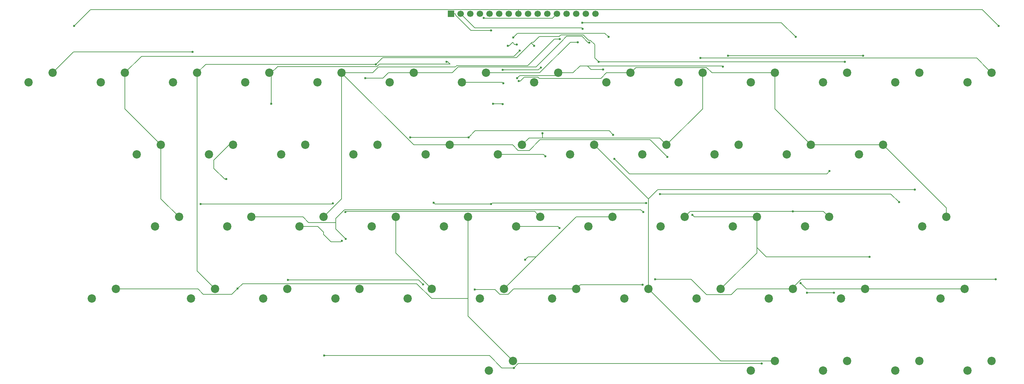
<source format=gtl>
%TF.GenerationSoftware,KiCad,Pcbnew,9.0.1*%
%TF.CreationDate,2025-06-03T04:36:32-05:00*%
%TF.ProjectId,coco2Keyboard,636f636f-324b-4657-9962-6f6172642e6b,rev?*%
%TF.SameCoordinates,Original*%
%TF.FileFunction,Copper,L1,Top*%
%TF.FilePolarity,Positive*%
%FSLAX46Y46*%
G04 Gerber Fmt 4.6, Leading zero omitted, Abs format (unit mm)*
G04 Created by KiCad (PCBNEW 9.0.1) date 2025-06-03 04:36:32*
%MOMM*%
%LPD*%
G01*
G04 APERTURE LIST*
%TA.AperFunction,ComponentPad*%
%ADD10C,2.200000*%
%TD*%
%TA.AperFunction,ComponentPad*%
%ADD11R,1.700000X1.700000*%
%TD*%
%TA.AperFunction,ComponentPad*%
%ADD12C,1.700000*%
%TD*%
%TA.AperFunction,ViaPad*%
%ADD13C,0.600000*%
%TD*%
%TA.AperFunction,Conductor*%
%ADD14C,0.200000*%
%TD*%
G04 APERTURE END LIST*
D10*
%TO.P,SW20,1,1*%
%TO.N,COL3*%
X76783800Y-87180000D03*
%TO.P,SW20,2,2*%
%TO.N,Net-(D20-K)*%
X70433800Y-89720000D03*
%TD*%
%TO.P,SW44,1,1*%
%TO.N,COL3*%
X229183800Y-87180000D03*
%TO.P,SW44,2,2*%
%TO.N,Net-(D45-K)*%
X222833800Y-89720000D03*
%TD*%
%TO.P,SW4,1,1*%
%TO.N,COL3*%
X105358800Y-106230000D03*
%TO.P,SW4,2,2*%
%TO.N,Net-(D4-K)*%
X99008800Y-108770000D03*
%TD*%
%TO.P,SW16,1,1*%
%TO.N,COL7*%
X205371300Y-68130000D03*
%TO.P,SW16,2,2*%
%TO.N,Net-(D16-K)*%
X199021300Y-70670000D03*
%TD*%
%TO.P,SW30,1,1*%
%TO.N,COL5*%
X214896300Y-125280000D03*
%TO.P,SW30,2,2*%
%TO.N,Net-(D31-K)*%
X208546300Y-127820000D03*
%TD*%
%TO.P,SW31,1,1*%
%TO.N,COL6*%
X272046300Y-125280000D03*
%TO.P,SW31,2,2*%
%TO.N,Net-(D32-K)*%
X265696300Y-127820000D03*
%TD*%
%TO.P,SW11,1,1*%
%TO.N,COL2*%
X172033800Y-87180000D03*
%TO.P,SW11,2,2*%
%TO.N,Net-(D11-K)*%
X165683800Y-89720000D03*
%TD*%
%TO.P,SW7,1,1*%
%TO.N,COL6*%
X114883800Y-87180000D03*
%TO.P,SW7,2,2*%
%TO.N,Net-(D7-K)*%
X108533800Y-89720000D03*
%TD*%
%TO.P,SW52,1,1*%
%TO.N,COL7*%
X41065000Y-106230000D03*
%TO.P,SW52,2,2*%
%TO.N,Net-(D53-K)*%
X34715000Y-108770000D03*
%TD*%
%TO.P,SW24,1,1*%
%TO.N,COL7*%
X72021300Y-68130000D03*
%TO.P,SW24,2,2*%
%TO.N,Net-(D24-K)*%
X65671300Y-70670000D03*
%TD*%
%TO.P,SW26,1,1*%
%TO.N,COL1*%
X148221300Y-68130000D03*
%TO.P,SW26,2,2*%
%TO.N,Net-(D27-K)*%
X141871300Y-70670000D03*
%TD*%
%TO.P,SW37,1,1*%
%TO.N,COL4*%
X100596300Y-49080000D03*
%TO.P,SW37,2,2*%
%TO.N,Net-(D38-K)*%
X94246300Y-51620000D03*
%TD*%
%TO.P,SW17,1,1*%
%TO.N,COL0*%
X224421300Y-68130000D03*
%TO.P,SW17,2,2*%
%TO.N,Net-(D17-K)*%
X218071300Y-70670000D03*
%TD*%
%TO.P,SW22,1,1*%
%TO.N,COL5*%
X167271300Y-68130000D03*
%TO.P,SW22,2,2*%
%TO.N,Net-(D22-K)*%
X160921300Y-70670000D03*
%TD*%
%TO.P,SW25,1,1*%
%TO.N,COL0*%
X86308800Y-106230000D03*
%TO.P,SW25,2,2*%
%TO.N,Net-(D25-K)*%
X79958800Y-108770000D03*
%TD*%
%TO.P,SW32,1,1*%
%TO.N,COL7*%
X145840000Y-125280000D03*
%TO.P,SW32,2,2*%
%TO.N,Net-(D33-K)*%
X139490000Y-127820000D03*
%TD*%
%TO.P,SW49,1,1*%
%TO.N,COL0*%
X260140000Y-87180000D03*
%TO.P,SW49,2,2*%
%TO.N,Net-(D50-K)*%
X253790000Y-89720000D03*
%TD*%
%TO.P,SW33,1,1*%
%TO.N,COL0*%
X214896300Y-49080000D03*
%TO.P,SW33,2,2*%
%TO.N,Net-(D34-K)*%
X208546300Y-51620000D03*
%TD*%
%TO.P,SW40,1,1*%
%TO.N,COL7*%
X157746300Y-49080000D03*
%TO.P,SW40,2,2*%
%TO.N,Net-(D41-K)*%
X151396300Y-51620000D03*
%TD*%
%TO.P,SW6,1,1*%
%TO.N,COL5*%
X91071300Y-68130000D03*
%TO.P,SW6,2,2*%
%TO.N,Net-(D6-K)*%
X84721300Y-70670000D03*
%TD*%
%TO.P,SW14,1,1*%
%TO.N,COL5*%
X181558800Y-106230000D03*
%TO.P,SW14,2,2*%
%TO.N,Net-(D14-K)*%
X175208800Y-108770000D03*
%TD*%
%TO.P,SW28,1,1*%
%TO.N,COL3*%
X233946300Y-125280000D03*
%TO.P,SW28,2,2*%
%TO.N,Net-(D29-K)*%
X227596300Y-127820000D03*
%TD*%
D11*
%TO.P,J1,1,Pin_1*%
%TO.N,ROW0*%
X129500000Y-33500000D03*
D12*
%TO.P,J1,2,Pin_2*%
%TO.N,ROW1*%
X132040000Y-33500000D03*
%TO.P,J1,3,Pin_3*%
%TO.N,unconnected-(J1-Pin_3-Pad3)*%
X134580000Y-33500000D03*
%TO.P,J1,4,Pin_4*%
%TO.N,ROW2*%
X137120000Y-33500000D03*
%TO.P,J1,5,Pin_5*%
%TO.N,ROW3*%
X139660000Y-33500000D03*
%TO.P,J1,6,Pin_6*%
%TO.N,ROW4*%
X142200000Y-33500000D03*
%TO.P,J1,7,Pin_7*%
%TO.N,ROW5*%
X144740000Y-33500000D03*
%TO.P,J1,8,Pin_8*%
%TO.N,ROW6*%
X147280000Y-33500000D03*
%TO.P,J1,9,Pin_9*%
%TO.N,COL0*%
X149820000Y-33500000D03*
%TO.P,J1,10,Pin_10*%
%TO.N,COL1*%
X152360000Y-33500000D03*
%TO.P,J1,11,Pin_11*%
%TO.N,COL2*%
X154900000Y-33500000D03*
%TO.P,J1,12,Pin_12*%
%TO.N,COL3*%
X157440000Y-33500000D03*
%TO.P,J1,13,Pin_13*%
%TO.N,COL4*%
X159980000Y-33500000D03*
%TO.P,J1,14,Pin_14*%
%TO.N,COL5*%
X162520000Y-33500000D03*
%TO.P,J1,15,Pin_15*%
%TO.N,COL6*%
X165060000Y-33500000D03*
%TO.P,J1,16,Pin_16*%
%TO.N,COL7*%
X167600000Y-33500000D03*
%TD*%
D10*
%TO.P,SW34,1,1*%
%TO.N,COL1*%
X43446300Y-49080000D03*
%TO.P,SW34,2,2*%
%TO.N,Net-(D35-K)*%
X37096300Y-51620000D03*
%TD*%
%TO.P,SW18,1,1*%
%TO.N,COL1*%
X52971300Y-68130000D03*
%TO.P,SW18,2,2*%
%TO.N,Net-(D18-K)*%
X46621300Y-70670000D03*
%TD*%
%TO.P,SW2,1,1*%
%TO.N,COL1*%
X57733800Y-87180000D03*
%TO.P,SW2,2,2*%
%TO.N,Net-(D2-K)*%
X51383800Y-89720000D03*
%TD*%
%TO.P,SW8,1,1*%
%TO.N,COL7*%
X133933800Y-87180000D03*
%TO.P,SW8,2,2*%
%TO.N,Net-(D8-K)*%
X127583800Y-89720000D03*
%TD*%
%TO.P,SW27,1,1*%
%TO.N,COL2*%
X67258800Y-106230000D03*
%TO.P,SW27,2,2*%
%TO.N,Net-(D28-K)*%
X60908800Y-108770000D03*
%TD*%
%TO.P,SW13,1,1*%
%TO.N,COL4*%
X210133800Y-87180000D03*
%TO.P,SW13,2,2*%
%TO.N,Net-(D13-K)*%
X203783800Y-89720000D03*
%TD*%
%TO.P,SW3,1,1*%
%TO.N,COL2*%
X143458800Y-106230000D03*
%TO.P,SW3,2,2*%
%TO.N,Net-(D3-K)*%
X137108800Y-108770000D03*
%TD*%
%TO.P,SW45,1,1*%
%TO.N,COL4*%
X200608800Y-106230000D03*
%TO.P,SW45,2,2*%
%TO.N,Net-(D46-K)*%
X194258800Y-108770000D03*
%TD*%
%TO.P,SW41,1,1*%
%TO.N,COL0*%
X176796300Y-49080000D03*
%TO.P,SW41,2,2*%
%TO.N,Net-(D42-K)*%
X170446300Y-51620000D03*
%TD*%
%TO.P,SW29,1,1*%
%TO.N,COL4*%
X252996300Y-125280000D03*
%TO.P,SW29,2,2*%
%TO.N,Net-(D30-K)*%
X246646300Y-127820000D03*
%TD*%
%TO.P,SW19,1,1*%
%TO.N,COL2*%
X110121300Y-68130000D03*
%TO.P,SW19,2,2*%
%TO.N,Net-(D19-K)*%
X103771300Y-70670000D03*
%TD*%
%TO.P,SW50,1,1*%
%TO.N,COL1*%
X272046300Y-49080000D03*
%TO.P,SW50,2,2*%
%TO.N,Net-(D51-K)*%
X265696300Y-51620000D03*
%TD*%
%TO.P,SW42,1,1*%
%TO.N,COL1*%
X195846300Y-49080000D03*
%TO.P,SW42,2,2*%
%TO.N,Net-(D43-K)*%
X189496300Y-51620000D03*
%TD*%
%TO.P,SW43,1,1*%
%TO.N,COL2*%
X233946300Y-49080000D03*
%TO.P,SW43,2,2*%
%TO.N,Net-(D44-K)*%
X227596300Y-51620000D03*
%TD*%
%TO.P,SW48,1,1*%
%TO.N,COL7*%
X238708800Y-106230000D03*
%TO.P,SW48,2,2*%
%TO.N,Net-(D49-K)*%
X232358800Y-108770000D03*
%TD*%
%TO.P,SW51,1,1*%
%TO.N,COL2*%
X24396300Y-49080000D03*
%TO.P,SW51,2,2*%
%TO.N,Net-(D52-K)*%
X18046300Y-51620000D03*
%TD*%
%TO.P,SW35,1,1*%
%TO.N,COL2*%
X62496300Y-49080000D03*
%TO.P,SW35,2,2*%
%TO.N,Net-(D36-K)*%
X56146300Y-51620000D03*
%TD*%
%TO.P,SW36,1,1*%
%TO.N,COL3*%
X81546300Y-49080000D03*
%TO.P,SW36,2,2*%
%TO.N,Net-(D37-K)*%
X75196300Y-51620000D03*
%TD*%
%TO.P,SW12,1,1*%
%TO.N,COL3*%
X191083800Y-87180000D03*
%TO.P,SW12,2,2*%
%TO.N,Net-(D12-K)*%
X184733800Y-89720000D03*
%TD*%
%TO.P,SW39,1,1*%
%TO.N,COL6*%
X138696300Y-49080000D03*
%TO.P,SW39,2,2*%
%TO.N,Net-(D40-K)*%
X132346300Y-51620000D03*
%TD*%
%TO.P,SW9,1,1*%
%TO.N,COL0*%
X152983800Y-87180000D03*
%TO.P,SW9,2,2*%
%TO.N,Net-(D9-K)*%
X146633800Y-89720000D03*
%TD*%
%TO.P,SW1,1,1*%
%TO.N,COL0*%
X243471300Y-68130000D03*
%TO.P,SW1,2,2*%
%TO.N,Net-(D1-K)*%
X237121300Y-70670000D03*
%TD*%
%TO.P,SW15,1,1*%
%TO.N,COL6*%
X162508800Y-106230000D03*
%TO.P,SW15,2,2*%
%TO.N,Net-(D15-K)*%
X156158800Y-108770000D03*
%TD*%
%TO.P,SW53,1,1*%
%TO.N,COL7*%
X264902500Y-106230000D03*
%TO.P,SW53,2,2*%
%TO.N,Net-(D54-K)*%
X258552500Y-108770000D03*
%TD*%
%TO.P,SW47,1,1*%
%TO.N,COL6*%
X219658800Y-106230000D03*
%TO.P,SW47,2,2*%
%TO.N,Net-(D48-K)*%
X213308800Y-108770000D03*
%TD*%
%TO.P,SW10,1,1*%
%TO.N,COL1*%
X186321300Y-68130000D03*
%TO.P,SW10,2,2*%
%TO.N,Net-(D10-K)*%
X179971300Y-70670000D03*
%TD*%
%TO.P,SW46,1,1*%
%TO.N,COL5*%
X252996300Y-49080000D03*
%TO.P,SW46,2,2*%
%TO.N,Net-(D47-K)*%
X246646300Y-51620000D03*
%TD*%
%TO.P,SW5,1,1*%
%TO.N,COL4*%
X95833800Y-87180000D03*
%TO.P,SW5,2,2*%
%TO.N,Net-(D5-K)*%
X89483800Y-89720000D03*
%TD*%
%TO.P,SW38,1,1*%
%TO.N,COL5*%
X119646300Y-49080000D03*
%TO.P,SW38,2,2*%
%TO.N,Net-(D39-K)*%
X113296300Y-51620000D03*
%TD*%
%TO.P,SW23,1,1*%
%TO.N,COL6*%
X124408800Y-106230000D03*
%TO.P,SW23,2,2*%
%TO.N,Net-(D23-K)*%
X118058800Y-108770000D03*
%TD*%
%TO.P,SW21,1,1*%
%TO.N,COL4*%
X129171300Y-68130000D03*
%TO.P,SW21,2,2*%
%TO.N,Net-(D21-K)*%
X122821300Y-70670000D03*
%TD*%
D13*
%TO.N,ROW0*%
X140093200Y-83728900D03*
X124910000Y-83413700D03*
X184573600Y-81118000D03*
X247662400Y-83284100D03*
X63431300Y-83776000D03*
X98295000Y-83605300D03*
X140075200Y-37837700D03*
X180939000Y-83512600D03*
%TO.N,Net-(D5-K)*%
X100692300Y-93482200D03*
%TO.N,ROW1*%
X164183400Y-37437500D03*
%TO.N,Net-(D9-K)*%
X158086800Y-90080900D03*
%TO.N,ROW2*%
X86434000Y-103817200D03*
X229332100Y-75070100D03*
X122130000Y-104987800D03*
X172269000Y-65427400D03*
X118708900Y-66110200D03*
X134146000Y-66104200D03*
X172591900Y-71847500D03*
%TO.N,ROW3*%
X146040400Y-127066800D03*
X211459600Y-125931400D03*
X140549400Y-57246900D03*
X143099100Y-57303400D03*
X96025500Y-123816400D03*
%TO.N,Net-(D27-K)*%
X154347100Y-71126900D03*
%TO.N,ROW4*%
X220380400Y-39596500D03*
X153156500Y-47652000D03*
X164067900Y-35824400D03*
X143066800Y-48312900D03*
%TO.N,Net-(D40-K)*%
X143241900Y-51795300D03*
%TO.N,ROW5*%
X171012700Y-39596500D03*
X202538800Y-44546200D03*
X145885700Y-39753900D03*
X238222000Y-44546200D03*
%TO.N,ROW6*%
X30070000Y-36651200D03*
X273905200Y-36651200D03*
%TO.N,COL0*%
X101617000Y-85866000D03*
X144450000Y-41894800D03*
X147319000Y-51280000D03*
X146853000Y-41550100D03*
%TO.N,COL1*%
X195236000Y-45178000D03*
X153624000Y-65053100D03*
X147576000Y-43191100D03*
%TO.N,COL2*%
X168444000Y-46164900D03*
X149014000Y-98502500D03*
X233396000Y-46176200D03*
X151377000Y-41945500D03*
X61275100Y-43540800D03*
X109700000Y-46802100D03*
%TO.N,COL3*%
X128276000Y-46156300D03*
X101735000Y-93004000D03*
X219670000Y-85720100D03*
X82099800Y-57259800D03*
X230474000Y-107213000D03*
X180161000Y-85866000D03*
X223356000Y-107213000D03*
X138102000Y-34577600D03*
%TO.N,COL4*%
X239889000Y-97722000D03*
X186545000Y-71281400D03*
X193125000Y-86625400D03*
X158186000Y-40180500D03*
%TO.N,COL5*%
X165979000Y-41061200D03*
X106847000Y-50480000D03*
X251797000Y-79938000D03*
%TO.N,COL6*%
X183328000Y-103649000D03*
X273155000Y-103650000D03*
X135698000Y-106401000D03*
X162898000Y-41013900D03*
X179983000Y-105131000D03*
%TO.N,COL7*%
X73182700Y-106146000D03*
X201189000Y-47400900D03*
X70205800Y-77173000D03*
X169570000Y-48195400D03*
X146918000Y-50478200D03*
X221674000Y-104667000D03*
%TD*%
D14*
%TO.N,ROW0*%
X247662400Y-83284100D02*
X245496300Y-81118000D01*
X130651700Y-33500000D02*
X130651700Y-33787900D01*
X245496300Y-81118000D02*
X184573600Y-81118000D01*
X130651700Y-33787900D02*
X134701500Y-37837700D01*
X140309500Y-83512600D02*
X140093200Y-83728900D01*
X129500000Y-33500000D02*
X130651700Y-33500000D01*
X98124300Y-83776000D02*
X98295000Y-83605300D01*
X180939000Y-83512600D02*
X140309500Y-83512600D01*
X134701500Y-37837700D02*
X140075200Y-37837700D01*
X63431300Y-83776000D02*
X98124300Y-83776000D01*
X125225200Y-83728900D02*
X124910000Y-83413700D01*
X140093200Y-83728900D02*
X125225200Y-83728900D01*
%TO.N,Net-(D5-K)*%
X100692300Y-93482200D02*
X100462500Y-93712000D01*
X94327600Y-89659100D02*
X89544700Y-89659100D01*
X89544700Y-89659100D02*
X89483800Y-89720000D01*
X97819500Y-93712000D02*
X95868800Y-91761300D01*
X95868800Y-91200300D02*
X94327600Y-89659100D01*
X100462500Y-93712000D02*
X97819500Y-93712000D01*
X95868800Y-91761300D02*
X95868800Y-91200300D01*
%TO.N,ROW1*%
X164183400Y-37437500D02*
X163975000Y-37229100D01*
X135769100Y-37229100D02*
X132040000Y-33500000D01*
X163975000Y-37229100D02*
X135769100Y-37229100D01*
%TO.N,Net-(D9-K)*%
X146633800Y-89720000D02*
X146705100Y-89648700D01*
X157654600Y-89648700D02*
X158086800Y-90080900D01*
X146705100Y-89648700D02*
X157654600Y-89648700D01*
%TO.N,ROW2*%
X171228900Y-64387300D02*
X172269000Y-65427400D01*
X134140000Y-66110200D02*
X134146000Y-66104200D01*
X135862900Y-64387300D02*
X171228900Y-64387300D01*
X228587400Y-75814800D02*
X176559200Y-75814800D01*
X134146000Y-66104200D02*
X135862900Y-64387300D01*
X118708900Y-66110200D02*
X134140000Y-66110200D01*
X176559200Y-75814800D02*
X172591900Y-71847500D01*
X229332100Y-75070100D02*
X228587400Y-75814800D01*
X86434000Y-103817200D02*
X120959400Y-103817200D01*
X120959400Y-103817200D02*
X122130000Y-104987800D01*
%TO.N,ROW3*%
X147175800Y-125931400D02*
X146040400Y-127066800D01*
X143042600Y-57246900D02*
X140549400Y-57246900D01*
X142889100Y-127066800D02*
X146040400Y-127066800D01*
X143099100Y-57303400D02*
X143042600Y-57246900D01*
X96025500Y-123816400D02*
X139638700Y-123816400D01*
X139638700Y-123816400D02*
X142889100Y-127066800D01*
X211459600Y-125931400D02*
X147175800Y-125931400D01*
%TO.N,Net-(D27-K)*%
X141883000Y-70658300D02*
X153878500Y-70658300D01*
X153878500Y-70658300D02*
X154347100Y-71126900D01*
X141871300Y-70670000D02*
X141883000Y-70658300D01*
%TO.N,ROW4*%
X216608300Y-35824400D02*
X164067900Y-35824400D01*
X153156500Y-47652000D02*
X152495600Y-48312900D01*
X220380400Y-39596500D02*
X216608300Y-35824400D01*
X152495600Y-48312900D02*
X143066800Y-48312900D01*
%TO.N,Net-(D40-K)*%
X142999300Y-51552700D02*
X132413600Y-51552700D01*
X143241900Y-51795300D02*
X142999300Y-51552700D01*
X132413600Y-51552700D02*
X132346300Y-51620000D01*
%TO.N,ROW5*%
X145885700Y-39753900D02*
X147021300Y-38618300D01*
X147021300Y-38618300D02*
X170034500Y-38618300D01*
X170034500Y-38618300D02*
X171012700Y-39596500D01*
X202538800Y-44546200D02*
X238222000Y-44546200D01*
%TO.N,ROW6*%
X269602300Y-32348300D02*
X273905200Y-36651200D01*
X34372900Y-32348300D02*
X147280000Y-32348300D01*
X147280000Y-33500000D02*
X147280000Y-32348300D01*
X147280000Y-32348300D02*
X269602300Y-32348300D01*
X30070000Y-36651200D02*
X34372900Y-32348300D01*
%TO.N,COL0*%
X214896300Y-49080000D02*
X214896000Y-49080000D01*
X146270000Y-41550100D02*
X145720000Y-41000000D01*
X152984000Y-87179900D02*
X152984000Y-87180000D01*
X214896000Y-49080000D02*
X214896000Y-49079900D01*
X152396000Y-50201400D02*
X148800000Y-50201400D01*
X148800000Y-50201400D02*
X147721000Y-51280000D01*
X243471300Y-68130000D02*
X243471000Y-68130000D01*
X151543000Y-85739000D02*
X152264000Y-86459500D01*
X145720000Y-41000000D02*
X144825000Y-41894800D01*
X214896000Y-49079900D02*
X198325000Y-49079900D01*
X101744000Y-85739000D02*
X151543000Y-85739000D01*
X152984000Y-87179900D02*
X152983900Y-87179900D01*
X152984000Y-87179900D02*
X152984000Y-87180000D01*
X243471000Y-68130000D02*
X224421300Y-68130000D01*
X152720000Y-50524600D02*
X152396000Y-50201400D01*
X152984000Y-87179800D02*
X152984000Y-87179900D01*
X260140000Y-87180000D02*
X260140000Y-84798800D01*
X152264000Y-86459500D02*
X152984000Y-87179800D01*
X260140000Y-84798800D02*
X243471000Y-68130000D01*
X214896000Y-58605000D02*
X214896000Y-49079900D01*
X146853000Y-41550100D02*
X146270000Y-41550100D01*
X176796300Y-49080000D02*
X176796000Y-49080000D01*
X196896000Y-47651000D02*
X178225000Y-47651000D01*
X144825000Y-41894800D02*
X144450000Y-41894800D01*
X178225000Y-47651000D02*
X176796000Y-49080000D01*
X152984000Y-87180000D02*
X152264000Y-86459500D01*
X198325000Y-49079900D02*
X196896000Y-47651000D01*
X176796000Y-49080000D02*
X170450000Y-49080000D01*
X224421000Y-68130000D02*
X214896000Y-58605000D01*
X147721000Y-51280000D02*
X147319000Y-51280000D01*
X170450000Y-49080000D02*
X169006000Y-50524600D01*
X152983900Y-87179900D02*
X152983800Y-87180000D01*
X169006000Y-50524600D02*
X152720000Y-50524600D01*
X224421300Y-68130000D02*
X224421000Y-68130000D01*
X101617000Y-85866000D02*
X101744000Y-85739000D01*
%TO.N,COL1*%
X271071000Y-48104500D02*
X272046000Y-49080000D01*
X43446200Y-49080000D02*
X43446200Y-50445000D01*
X146072000Y-44695400D02*
X147576000Y-43191100D01*
X272046300Y-49080000D02*
X272046000Y-49080000D01*
X47830900Y-44695400D02*
X146072000Y-44695400D01*
X153624000Y-65053100D02*
X153624000Y-66323300D01*
X150028000Y-66323300D02*
X148221000Y-68129900D01*
X186321000Y-68129700D02*
X195846000Y-58605000D01*
X195846300Y-49762000D02*
X195846300Y-49080000D01*
X195846000Y-50445000D02*
X195846000Y-49762300D01*
X195846000Y-58605000D02*
X195846000Y-50445000D01*
X195846000Y-49762300D02*
X195846300Y-49762000D01*
X184515000Y-66323300D02*
X153624000Y-66323300D01*
X43446300Y-49080000D02*
X47830900Y-44695400D01*
X195846000Y-50445000D02*
X195846000Y-49762300D01*
X43446200Y-58605000D02*
X52971200Y-68130000D01*
X186321000Y-68129700D02*
X184515000Y-66323300D01*
X186321200Y-68129900D02*
X186321300Y-68130000D01*
X195236000Y-45178000D02*
X268144000Y-45178000D01*
X43446200Y-50445000D02*
X43446200Y-58605000D01*
X148221000Y-68129900D02*
X148221000Y-68130000D01*
X52971300Y-68130000D02*
X52971200Y-68130000D01*
X271070000Y-48104500D02*
X271071000Y-48104500D01*
X52971200Y-82417500D02*
X57733800Y-87180000D01*
X43446300Y-50444900D02*
X43446300Y-49080000D01*
X153624000Y-66323300D02*
X150028000Y-66323300D01*
X186321000Y-68129700D02*
X186321000Y-68129900D01*
X186321000Y-68129900D02*
X186321200Y-68129900D01*
X268144000Y-45178000D02*
X271070000Y-48104500D01*
X43446200Y-50445000D02*
X43446300Y-50444900D01*
X186321000Y-68129800D02*
X186321000Y-68129900D01*
X52971200Y-68130000D02*
X52971200Y-82417500D01*
X148221300Y-68130000D02*
X148221000Y-68130000D01*
%TO.N,COL2*%
X151230000Y-41000000D02*
X152783000Y-39447300D01*
X62496300Y-49080000D02*
X64774200Y-46802100D01*
X62496200Y-50445000D02*
X62496200Y-101468000D01*
X62496200Y-101468000D02*
X67258800Y-106230000D01*
X167392000Y-41623300D02*
X167392000Y-45113300D01*
X152783000Y-39447300D02*
X158045000Y-39447300D01*
X158045000Y-39447300D02*
X158466000Y-39025700D01*
X167392000Y-45113300D02*
X168444000Y-46164900D01*
X146701000Y-45098600D02*
X150616000Y-41184200D01*
X24396300Y-49080000D02*
X29935500Y-43540800D01*
X149757500Y-97759000D02*
X151929900Y-97759000D01*
X166228000Y-40459500D02*
X167392000Y-41623300D01*
X172033800Y-87180000D02*
X172034000Y-87180000D01*
X62496200Y-50445000D02*
X62496300Y-50444900D01*
X158466000Y-39025700D02*
X164380000Y-39025700D01*
X151929900Y-97759000D02*
X151930000Y-97759000D01*
X233396000Y-46176200D02*
X168455000Y-46176200D01*
X143459000Y-106230000D02*
X151930000Y-97759000D01*
X150616000Y-41184200D02*
X150800000Y-41000000D01*
X150616000Y-41184300D02*
X150616000Y-41184200D01*
X109700000Y-46802100D02*
X111403000Y-45098600D01*
X29935500Y-43540800D02*
X61275100Y-43540800D01*
X149014000Y-98502500D02*
X149757500Y-97759000D01*
X150800000Y-41000000D02*
X151230000Y-41000000D01*
X165814000Y-40459500D02*
X166228000Y-40459500D01*
X62496200Y-49080000D02*
X62496200Y-50445000D01*
X62496300Y-50444900D02*
X62496300Y-49080000D01*
X162509000Y-87180000D02*
X172033800Y-87180000D01*
X151930000Y-97759000D02*
X162509000Y-87180000D01*
X168455000Y-46176200D02*
X168444000Y-46164900D01*
X111403000Y-45098600D02*
X146701000Y-45098600D01*
X64774200Y-46802100D02*
X109700000Y-46802100D01*
X151377000Y-41945500D02*
X150616000Y-41184300D01*
X164380000Y-39025700D02*
X165814000Y-40459500D01*
%TO.N,COL3*%
X101342000Y-85254400D02*
X179549000Y-85254400D01*
X229184000Y-87179900D02*
X227724000Y-85720100D01*
X99071700Y-88638300D02*
X99071700Y-87524600D01*
X223356000Y-107213000D02*
X230474000Y-107213000D01*
X229184000Y-87180000D02*
X229184000Y-87179900D01*
X81546300Y-49080000D02*
X82099800Y-49080000D01*
X128605000Y-46156300D02*
X128276000Y-46156300D01*
X191084000Y-87180000D02*
X192544000Y-85720100D01*
X138204000Y-34679700D02*
X138102000Y-34577600D01*
X191083800Y-87180000D02*
X191084000Y-87180000D01*
X179549000Y-85254400D02*
X180161000Y-85866000D01*
X109949000Y-47403800D02*
X110610000Y-46742500D01*
X82099800Y-49080000D02*
X82099800Y-57259800D01*
X157440000Y-33500000D02*
X156260000Y-34679700D01*
X156260000Y-34679700D02*
X138204000Y-34679700D01*
X91860800Y-88638300D02*
X99071700Y-88638300D01*
X101735000Y-93004000D02*
X99071700Y-90340500D01*
X110610000Y-46742500D02*
X129191000Y-46742500D01*
X129191000Y-46742500D02*
X128605000Y-46156300D01*
X192544000Y-85720100D02*
X219670000Y-85720100D01*
X90402500Y-87180000D02*
X91860800Y-88638300D01*
X229183800Y-87180000D02*
X229184000Y-87180000D01*
X99071700Y-90340500D02*
X99071700Y-88638300D01*
X99071700Y-87524600D02*
X101342000Y-85254400D01*
X83776000Y-47403800D02*
X109949000Y-47403800D01*
X76783800Y-87180000D02*
X90402500Y-87180000D01*
X82099800Y-49080000D02*
X83776000Y-47403800D01*
X227724000Y-85720100D02*
X219670000Y-85720100D01*
%TO.N,COL4*%
X145734000Y-68130000D02*
X129171000Y-68130000D01*
X181988000Y-66725000D02*
X152957000Y-66725000D01*
X129171000Y-68130000D02*
X119646000Y-68130000D01*
X129171300Y-68130000D02*
X129171000Y-68130000D01*
X152957000Y-66725000D02*
X150102000Y-69579500D01*
X100596000Y-82417500D02*
X100596000Y-49080000D01*
X108841000Y-49080000D02*
X110376000Y-47544400D01*
X110376000Y-47544400D02*
X130580000Y-47544400D01*
X156700000Y-40180500D02*
X158186000Y-40180500D01*
X147183000Y-69579500D02*
X145734000Y-68130000D01*
X100596300Y-49080000D02*
X108841000Y-49080000D01*
X210134000Y-96705000D02*
X210134000Y-95243800D01*
X130580000Y-47544400D02*
X130980000Y-47144200D01*
X210134000Y-95243800D02*
X210134000Y-87180000D01*
X100601000Y-49085000D02*
X100601000Y-49085200D01*
X119646000Y-68130000D02*
X100601000Y-49085200D01*
X200609000Y-106230000D02*
X210134000Y-96705000D01*
X186545000Y-71281400D02*
X181988000Y-66725000D01*
X149736000Y-47144200D02*
X155880000Y-41000000D01*
X239889000Y-97722000D02*
X212612000Y-97722000D01*
X95833800Y-87180000D02*
X100596000Y-82417500D01*
X212612000Y-97722000D02*
X210134000Y-95243800D01*
X130980000Y-47144200D02*
X149736000Y-47144200D01*
X210134000Y-87180000D02*
X193679000Y-87180000D01*
X100596000Y-49080000D02*
X100601000Y-49085200D01*
X100596000Y-49080000D02*
X100596300Y-49080000D01*
X155880000Y-41000000D02*
X156700000Y-40180500D01*
X210133800Y-87180000D02*
X210134000Y-87180000D01*
X193679000Y-87180000D02*
X193125000Y-86625400D01*
X150102000Y-69579500D02*
X147183000Y-69579500D01*
X100596000Y-49080000D02*
X100601000Y-49085000D01*
X200608800Y-106230000D02*
X200609000Y-106230000D01*
%TO.N,COL5*%
X163998000Y-39427400D02*
X165632000Y-41061200D01*
X167271000Y-68130100D02*
X168636000Y-69494700D01*
X184038000Y-79938000D02*
X181559000Y-82417500D01*
X111528000Y-50480000D02*
X112928000Y-49080000D01*
X200609000Y-125280000D02*
X214896000Y-125280000D01*
X214896300Y-125280000D02*
X214896000Y-125280000D01*
X168636000Y-69495000D02*
X167271000Y-68130000D01*
X167271000Y-68130000D02*
X167271000Y-68130100D01*
X181559000Y-82417500D02*
X168636000Y-69495000D01*
X168636000Y-69494700D02*
X168636000Y-69495000D01*
X119646300Y-49080000D02*
X129812000Y-49080000D01*
X131346000Y-47545900D02*
X151874000Y-47545900D01*
X167271300Y-68130000D02*
X167271000Y-68130000D01*
X112928000Y-49080000D02*
X119646300Y-49080000D01*
X151874000Y-47545900D02*
X158420000Y-41000000D01*
X183499000Y-108170000D02*
X181559000Y-106230000D01*
X129812000Y-49080000D02*
X131346000Y-47545900D01*
X181558800Y-106230000D02*
X181559000Y-106230000D01*
X106847000Y-50480000D02*
X111528000Y-50480000D01*
X181559000Y-106230000D02*
X183499000Y-108170000D01*
X159993000Y-39427400D02*
X163998000Y-39427400D01*
X158420000Y-41000000D02*
X159993000Y-39427400D01*
X181559000Y-82417500D02*
X181559000Y-106230000D01*
X183499000Y-108170000D02*
X200609000Y-125280000D01*
X251797000Y-79938000D02*
X184038000Y-79938000D01*
X165632000Y-41061200D02*
X165979000Y-41061200D01*
%TO.N,COL6*%
X203419000Y-107680000D02*
X196869000Y-107680000D01*
X114884000Y-87862500D02*
X114883800Y-87862300D01*
X192839000Y-103649000D02*
X183328000Y-103649000D01*
X141090000Y-106401000D02*
X135698000Y-106401000D01*
X124409000Y-106229500D02*
X124408800Y-106229700D01*
X145978000Y-106230000D02*
X144573000Y-107635000D01*
X160960000Y-41000000D02*
X160974000Y-41013900D01*
X138696000Y-49080000D02*
X138696300Y-49080000D01*
X179983000Y-105131000D02*
X163608000Y-105131000D01*
X221840000Y-103650000D02*
X219659000Y-105831000D01*
X152880000Y-49080000D02*
X160960000Y-41000000D01*
X114883800Y-87862300D02*
X114883800Y-87180000D01*
X162508800Y-106230000D02*
X145978000Y-106230000D01*
X219659000Y-105831000D02*
X219659000Y-106230000D01*
X114884000Y-88545000D02*
X114884000Y-87862500D01*
X124408800Y-106229700D02*
X124408800Y-106230000D01*
X114884000Y-87862500D02*
X114884000Y-88545000D01*
X219658800Y-106230000D02*
X204868000Y-106230000D01*
X142324000Y-107635000D02*
X141090000Y-106401000D01*
X163608000Y-105131000D02*
X162509000Y-106230000D01*
X204868000Y-106230000D02*
X203419000Y-107680000D01*
X121834000Y-103655000D02*
X123122000Y-104942000D01*
X124409000Y-106229000D02*
X123766000Y-105586000D01*
X160974000Y-41013900D02*
X162898000Y-41013900D01*
X114884000Y-88545000D02*
X114884000Y-96705000D01*
X162509000Y-106230000D02*
X162508800Y-106230000D01*
X219659000Y-106230000D02*
X219658800Y-106230000D01*
X138696300Y-49080000D02*
X152880000Y-49080000D01*
X123122000Y-104942000D02*
X123766000Y-105586000D01*
X196869000Y-107680000D02*
X192839000Y-103649000D01*
X123766000Y-105586000D02*
X124409000Y-106230000D01*
X124409000Y-106230000D02*
X124409000Y-106229500D01*
X124409000Y-106229500D02*
X124409000Y-106229000D01*
X273155000Y-103650000D02*
X221840000Y-103650000D01*
X144573000Y-107635000D02*
X142324000Y-107635000D01*
X114884000Y-96705000D02*
X121834000Y-103655000D01*
%TO.N,COL7*%
X73182700Y-106146000D02*
X71676900Y-107651000D01*
X74514300Y-104814000D02*
X73182700Y-106146000D01*
X264902500Y-106230000D02*
X264902000Y-106230000D01*
X201023000Y-47234600D02*
X165416000Y-47234600D01*
X221674000Y-104667000D02*
X223237000Y-106230000D01*
X72021300Y-68130000D02*
X70945500Y-68130000D01*
X169570000Y-48195400D02*
X166377000Y-48195400D01*
X133934000Y-113374000D02*
X145840000Y-125280000D01*
X223237000Y-106230000D02*
X238708800Y-106230000D01*
X157027000Y-49799700D02*
X147596000Y-49799700D01*
X133934000Y-87862400D02*
X133934000Y-87521100D01*
X133934000Y-108770000D02*
X133934000Y-113374000D01*
X157746000Y-49080000D02*
X157027000Y-49799700D01*
X147596000Y-49799700D02*
X146918000Y-50477700D01*
X124409000Y-108770000D02*
X120453000Y-104814000D01*
X133934000Y-87521100D02*
X133933800Y-87520900D01*
X133934000Y-87862400D02*
X133934000Y-87521100D01*
X120453000Y-104814000D02*
X74514300Y-104814000D01*
X146918000Y-50477700D02*
X146918000Y-50478200D01*
X70945500Y-68130000D02*
X66923400Y-72152100D01*
X66923400Y-72152100D02*
X66923400Y-74319800D01*
X163500000Y-47234600D02*
X161655000Y-49080000D01*
X64144600Y-107651000D02*
X62723300Y-106230000D01*
X133933800Y-87520900D02*
X133933800Y-87180000D01*
X165416000Y-47234600D02*
X163500000Y-47234600D01*
X69776600Y-77173000D02*
X70205800Y-77173000D01*
X201189000Y-47400900D02*
X201023000Y-47234600D01*
X166377000Y-48195400D02*
X165416000Y-47234600D01*
X66923400Y-74319800D02*
X69776600Y-77173000D01*
X62723300Y-106230000D02*
X41065000Y-106230000D01*
X238708800Y-106230000D02*
X264902000Y-106230000D01*
X133934000Y-108770000D02*
X133934000Y-87862400D01*
X71676900Y-107651000D02*
X64144600Y-107651000D01*
X133934000Y-108770000D02*
X124409000Y-108770000D01*
X157746300Y-49080000D02*
X157746000Y-49080000D01*
X161655000Y-49080000D02*
X157746300Y-49080000D01*
%TD*%
M02*

</source>
